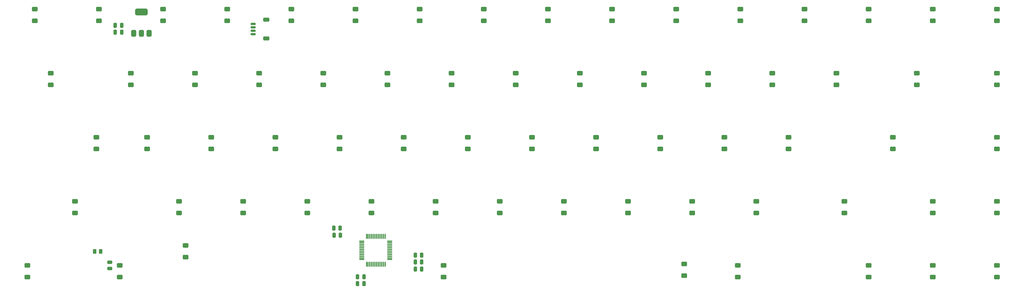
<source format=gbr>
%TF.GenerationSoftware,KiCad,Pcbnew,8.99.0-2641-g1a24c99a2a*%
%TF.CreationDate,2024-10-13T14:08:58+07:00*%
%TF.ProjectId,think65v3,7468696e-6b36-4357-9633-2e6b69636164,rev?*%
%TF.SameCoordinates,Original*%
%TF.FileFunction,Paste,Bot*%
%TF.FilePolarity,Positive*%
%FSLAX46Y46*%
G04 Gerber Fmt 4.6, Leading zero omitted, Abs format (unit mm)*
G04 Created by KiCad (PCBNEW 8.99.0-2641-g1a24c99a2a) date 2024-10-13 14:08:58*
%MOMM*%
%LPD*%
G01*
G04 APERTURE LIST*
G04 Aperture macros list*
%AMRoundRect*
0 Rectangle with rounded corners*
0 $1 Rounding radius*
0 $2 $3 $4 $5 $6 $7 $8 $9 X,Y pos of 4 corners*
0 Add a 4 corners polygon primitive as box body*
4,1,4,$2,$3,$4,$5,$6,$7,$8,$9,$2,$3,0*
0 Add four circle primitives for the rounded corners*
1,1,$1+$1,$2,$3*
1,1,$1+$1,$4,$5*
1,1,$1+$1,$6,$7*
1,1,$1+$1,$8,$9*
0 Add four rect primitives between the rounded corners*
20,1,$1+$1,$2,$3,$4,$5,0*
20,1,$1+$1,$4,$5,$6,$7,0*
20,1,$1+$1,$6,$7,$8,$9,0*
20,1,$1+$1,$8,$9,$2,$3,0*%
G04 Aperture macros list end*
%ADD10RoundRect,0.250000X0.600000X-0.400000X0.600000X0.400000X-0.600000X0.400000X-0.600000X-0.400000X0*%
%ADD11RoundRect,0.075000X0.662500X0.075000X-0.662500X0.075000X-0.662500X-0.075000X0.662500X-0.075000X0*%
%ADD12RoundRect,0.075000X0.075000X0.662500X-0.075000X0.662500X-0.075000X-0.662500X0.075000X-0.662500X0*%
%ADD13RoundRect,0.250000X-0.250000X-0.475000X0.250000X-0.475000X0.250000X0.475000X-0.250000X0.475000X0*%
%ADD14RoundRect,0.375000X0.375000X-0.625000X0.375000X0.625000X-0.375000X0.625000X-0.375000X-0.625000X0*%
%ADD15RoundRect,0.500000X1.400000X-0.500000X1.400000X0.500000X-1.400000X0.500000X-1.400000X-0.500000X0*%
%ADD16RoundRect,0.150000X-0.625000X0.150000X-0.625000X-0.150000X0.625000X-0.150000X0.625000X0.150000X0*%
%ADD17RoundRect,0.250000X-0.650000X0.350000X-0.650000X-0.350000X0.650000X-0.350000X0.650000X0.350000X0*%
%ADD18RoundRect,0.250000X0.250000X0.475000X-0.250000X0.475000X-0.250000X-0.475000X0.250000X-0.475000X0*%
%ADD19RoundRect,0.250000X-0.475000X0.250000X-0.475000X-0.250000X0.475000X-0.250000X0.475000X0.250000X0*%
%ADD20RoundRect,0.250000X0.262500X0.450000X-0.262500X0.450000X-0.262500X-0.450000X0.262500X-0.450000X0*%
G04 APERTURE END LIST*
D10*
%TO.C,D90*%
X250972236Y-92200438D03*
X250972236Y-88700438D03*
%TD*%
%TO.C,D60*%
X250972236Y-54100438D03*
X250972236Y-50600438D03*
%TD*%
%TO.C,D49*%
X36659736Y-54100438D03*
X36659736Y-50600438D03*
%TD*%
D11*
%TO.C,U3*%
X70662500Y-81450000D03*
X70662500Y-81950000D03*
X70662500Y-82450000D03*
X70662500Y-82950000D03*
X70662500Y-83450000D03*
X70662500Y-83950000D03*
X70662500Y-84450000D03*
X70662500Y-84950000D03*
X70662500Y-85450000D03*
X70662500Y-85950000D03*
X70662500Y-86450000D03*
X70662500Y-86950000D03*
D12*
X69250000Y-88362500D03*
X68750000Y-88362500D03*
X68250000Y-88362500D03*
X67750000Y-88362500D03*
X67250000Y-88362500D03*
X66750000Y-88362500D03*
X66250000Y-88362500D03*
X65750000Y-88362500D03*
X65250000Y-88362500D03*
X64750000Y-88362500D03*
X64250000Y-88362500D03*
X63750000Y-88362500D03*
D11*
X62337500Y-86950000D03*
X62337500Y-86450000D03*
X62337500Y-85950000D03*
X62337500Y-85450000D03*
X62337500Y-84950000D03*
X62337500Y-84450000D03*
X62337500Y-83950000D03*
X62337500Y-83450000D03*
X62337500Y-82950000D03*
X62337500Y-82450000D03*
X62337500Y-81950000D03*
X62337500Y-81450000D03*
D12*
X63750000Y-80037500D03*
X64250000Y-80037500D03*
X64750000Y-80037500D03*
X65250000Y-80037500D03*
X65750000Y-80037500D03*
X66250000Y-80037500D03*
X66750000Y-80037500D03*
X67250000Y-80037500D03*
X67750000Y-80037500D03*
X68250000Y-80037500D03*
X68750000Y-80037500D03*
X69250000Y-80037500D03*
%TD*%
D10*
%TO.C,D72*%
X205728736Y-73150438D03*
X205728736Y-69650438D03*
%TD*%
%TO.C,D73*%
X231922236Y-73150438D03*
X231922236Y-69650438D03*
%TD*%
%TO.C,D43*%
X203347236Y-35050438D03*
X203347236Y-31550438D03*
%TD*%
%TO.C,D53*%
X112859736Y-54100438D03*
X112859736Y-50600438D03*
%TD*%
D13*
%TO.C,C9*%
X54050000Y-77603250D03*
X55950000Y-77603250D03*
%TD*%
D10*
%TO.C,D77*%
X-9500000Y-92200438D03*
X-9500000Y-88700438D03*
%TD*%
%TO.C,D64*%
X46184736Y-73150438D03*
X46184736Y-69650438D03*
%TD*%
%TO.C,D47*%
X-1440264Y-54100438D03*
X-1440264Y-50600438D03*
%TD*%
%TO.C,D34*%
X31897236Y-35050438D03*
X31897236Y-31550438D03*
%TD*%
%TO.C,D89*%
X231922236Y-92200438D03*
X231922236Y-88700438D03*
%TD*%
D14*
%TO.C,U7*%
X-800000Y-19650000D03*
X-3100000Y-19650000D03*
D15*
X-3100000Y-13350000D03*
D14*
X-5400000Y-19650000D03*
%TD*%
D10*
%TO.C,D66*%
X84284736Y-73150438D03*
X84284736Y-69650438D03*
%TD*%
%TO.C,D35*%
X50947236Y-35050438D03*
X50947236Y-31550438D03*
%TD*%
%TO.C,D38*%
X108097236Y-35050438D03*
X108097236Y-31550438D03*
%TD*%
D13*
%TO.C,C3*%
X-10850000Y-17300000D03*
X-8950000Y-17300000D03*
%TD*%
D16*
%TO.C,J5*%
X30100000Y-16900000D03*
X30100000Y-17900000D03*
X30100000Y-18900000D03*
X30100000Y-19900000D03*
D17*
X33975000Y-15600000D03*
X33975000Y-21200000D03*
%TD*%
D18*
%TO.C,C6*%
X63000000Y-92090000D03*
X61100000Y-92090000D03*
%TD*%
D10*
%TO.C,D51*%
X74759736Y-54100438D03*
X74759736Y-50600438D03*
%TD*%
%TO.C,D20*%
X41422236Y-16000438D03*
X41422236Y-12500438D03*
%TD*%
%TO.C,D52*%
X93809736Y-54100438D03*
X93809736Y-50600438D03*
%TD*%
%TO.C,D42*%
X184297236Y-35050438D03*
X184297236Y-31550438D03*
%TD*%
D19*
%TO.C,C1*%
X-12500000Y-87750000D03*
X-12500000Y-89650000D03*
%TD*%
D10*
%TO.C,D31*%
X-30014764Y-35050438D03*
X-30014764Y-31550438D03*
%TD*%
%TO.C,D28*%
X193822236Y-16000438D03*
X193822236Y-12500438D03*
%TD*%
%TO.C,D70*%
X160484736Y-73150438D03*
X160484736Y-69650438D03*
%TD*%
%TO.C,D88*%
X212872236Y-92200438D03*
X212872236Y-88700438D03*
%TD*%
%TO.C,D46*%
X-16500000Y-54100438D03*
X-16500000Y-50600438D03*
%TD*%
%TO.C,D39*%
X127147236Y-35050438D03*
X127147236Y-31550438D03*
%TD*%
%TO.C,D62*%
X8084736Y-73150438D03*
X8084736Y-69650438D03*
%TD*%
%TO.C,D17*%
X-15727764Y-16000438D03*
X-15727764Y-12500438D03*
%TD*%
%TO.C,D71*%
X179534736Y-73150438D03*
X179534736Y-69650438D03*
%TD*%
%TO.C,D23*%
X98572236Y-16000438D03*
X98572236Y-12500438D03*
%TD*%
%TO.C,D50*%
X55709736Y-54100438D03*
X55709736Y-50600438D03*
%TD*%
%TO.C,D65*%
X65234736Y-73150438D03*
X65234736Y-69650438D03*
%TD*%
%TO.C,D27*%
X174772236Y-16000438D03*
X174772236Y-12500438D03*
%TD*%
%TO.C,D75*%
X250972236Y-73150438D03*
X250972236Y-69650438D03*
%TD*%
%TO.C,D82*%
X86665736Y-92200438D03*
X86665736Y-88700438D03*
%TD*%
D18*
%TO.C,C10*%
X80150000Y-89800000D03*
X78250000Y-89800000D03*
%TD*%
D10*
%TO.C,D41*%
X165247236Y-35050438D03*
X165247236Y-31550438D03*
%TD*%
D13*
%TO.C,C8*%
X54100000Y-79723250D03*
X56000000Y-79723250D03*
%TD*%
D10*
%TO.C,D25*%
X136672236Y-16000438D03*
X136672236Y-12500438D03*
%TD*%
%TO.C,D21*%
X60472236Y-16000438D03*
X60472236Y-12500438D03*
%TD*%
%TO.C,D54*%
X131909736Y-54100438D03*
X131909736Y-50600438D03*
%TD*%
%TO.C,D16*%
X-34777764Y-16000438D03*
X-34777764Y-12500438D03*
%TD*%
D18*
%TO.C,C5*%
X80150000Y-87700000D03*
X78250000Y-87700000D03*
%TD*%
D10*
%TO.C,D40*%
X146197236Y-35050438D03*
X146197236Y-31550438D03*
%TD*%
%TO.C,D19*%
X22372236Y-16000438D03*
X22372236Y-12500438D03*
%TD*%
%TO.C,D22*%
X79522236Y-16000438D03*
X79522236Y-12500438D03*
%TD*%
%TO.C,D26*%
X155722236Y-16000438D03*
X155722236Y-12500438D03*
%TD*%
%TO.C,D24*%
X117622236Y-16000438D03*
X117622236Y-12500438D03*
%TD*%
%TO.C,D85*%
X158103236Y-91750000D03*
X158103236Y-88250000D03*
%TD*%
%TO.C,D55*%
X150959736Y-54100438D03*
X150959736Y-50600438D03*
%TD*%
%TO.C,D30*%
X250972236Y-16000438D03*
X250972236Y-12500438D03*
%TD*%
%TO.C,D33*%
X12847236Y-35050438D03*
X12847236Y-31550438D03*
%TD*%
%TO.C,D63*%
X27134736Y-73150438D03*
X27134736Y-69650438D03*
%TD*%
%TO.C,D76*%
X-37000000Y-92200438D03*
X-37000000Y-88700438D03*
%TD*%
%TO.C,D18*%
X3322236Y-16000438D03*
X3322236Y-12500438D03*
%TD*%
%TO.C,D58*%
X220090336Y-54100438D03*
X220090336Y-50600438D03*
%TD*%
D18*
%TO.C,C4*%
X80150000Y-85670000D03*
X78250000Y-85670000D03*
%TD*%
D10*
%TO.C,D57*%
X189059736Y-54100438D03*
X189059736Y-50600438D03*
%TD*%
%TO.C,D78*%
X10000000Y-86250000D03*
X10000000Y-82750000D03*
%TD*%
%TO.C,D29*%
X212872236Y-16000438D03*
X212872236Y-12500438D03*
%TD*%
%TO.C,D36*%
X69997236Y-35050438D03*
X69997236Y-31550438D03*
%TD*%
%TO.C,D69*%
X141434736Y-73150438D03*
X141434736Y-69650438D03*
%TD*%
D20*
%TO.C,R1*%
X-15187500Y-84500000D03*
X-17012500Y-84500000D03*
%TD*%
D10*
%TO.C,D44*%
X227160236Y-35050438D03*
X227160236Y-31550438D03*
%TD*%
%TO.C,D86*%
X174000000Y-92200438D03*
X174000000Y-88700438D03*
%TD*%
%TO.C,D68*%
X122384736Y-73150438D03*
X122384736Y-69650438D03*
%TD*%
%TO.C,D48*%
X17609736Y-54100438D03*
X17609736Y-50600438D03*
%TD*%
%TO.C,D32*%
X-6202764Y-35050438D03*
X-6202764Y-31550438D03*
%TD*%
%TO.C,D45*%
X250972236Y-35050438D03*
X250972236Y-31550438D03*
%TD*%
%TO.C,D61*%
X-22797164Y-73150438D03*
X-22797164Y-69650438D03*
%TD*%
%TO.C,D87*%
X231922236Y-16000438D03*
X231922236Y-12500438D03*
%TD*%
D18*
%TO.C,C7*%
X63000000Y-94100000D03*
X61100000Y-94100000D03*
%TD*%
D13*
%TO.C,C2*%
X-10850000Y-19310000D03*
X-8950000Y-19310000D03*
%TD*%
D10*
%TO.C,D67*%
X103334736Y-73150438D03*
X103334736Y-69650438D03*
%TD*%
%TO.C,D56*%
X170009736Y-54100438D03*
X170009736Y-50600438D03*
%TD*%
%TO.C,D37*%
X89047236Y-35050438D03*
X89047236Y-31550438D03*
%TD*%
M02*

</source>
